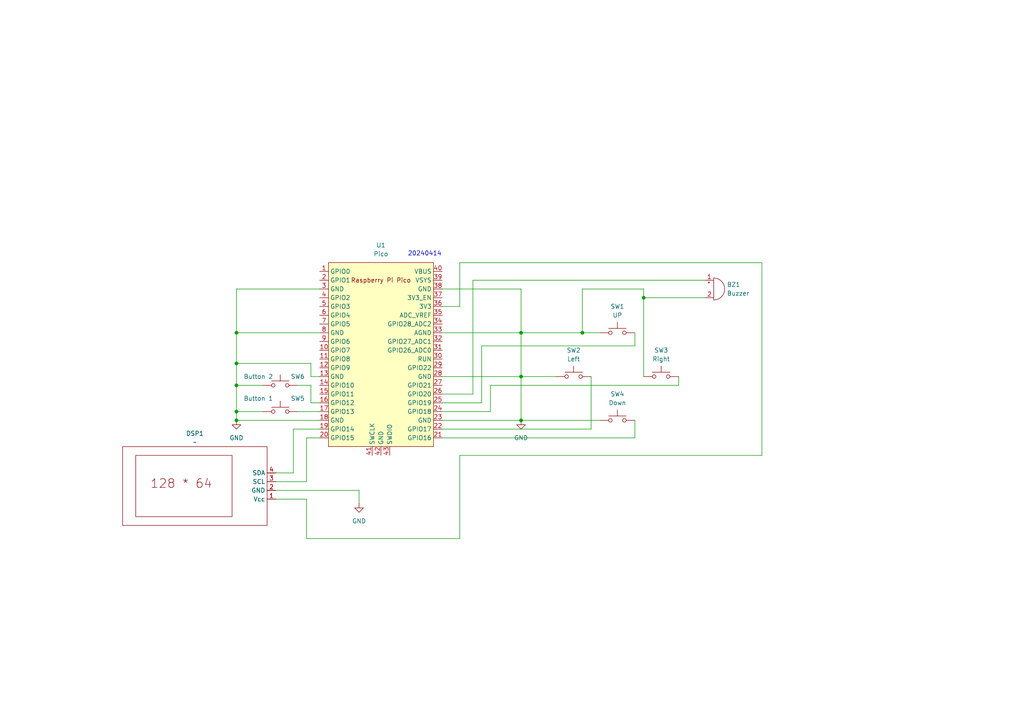
<source format=kicad_sch>
(kicad_sch (version 20231120) (generator "eeschema") (generator_version "8.0")
  (paper "A4")
  (lib_symbols
    (symbol "Device:Buzzer" (pin_names (offset 0.0254) hide)
      (property "Reference" "BZ" (at 3.81 1.27 0))
      (property "Value" "Buzzer" (at 3.81 -1.27 0))
      (symbol "Buzzer_0_1"
        (arc (start 0 -3.175) (mid 3.1612 0) (end 0 3.175))
        (polyline (pts (xy -1.651 1.905) (xy -1.143 1.905)))
        (polyline (pts (xy -1.397 2.159) (xy -1.397 1.651)))
        (polyline (pts (xy 0 3.175) (xy 0 -3.175)))
      )
      (symbol "Buzzer_1_1"
        (pin passive line (at -2.54 2.54 0) (length 2.54) (name "+") (number "1"))
        (pin passive line (at -2.54 -2.54 0) (length 2.54) (name "-") (number "2"))
      )
    )
    (symbol "MCU_RaspberryPi_and_Boards:Pico"
      (property "Reference" "U" (at -13.97 27.94 0))
      (property "Value" "Pico" (at 0 19.05 0))
      (symbol "Pico_0_0"
        (text "Raspberry Pi Pico" (at 0 21.59 0) (effects (font (size 1.27 1.27))))
      )
      (symbol "Pico_0_1"
        (rectangle (start -15.24 26.67) (end 15.24 -26.67) (fill (type background)))
      )
      (symbol "Pico_1_1"
        (pin bidirectional line (at -17.78 24.13 0) (length 2.54) (name "GPIO0") (number "1"))
        (pin bidirectional line (at -17.78 1.27 0) (length 2.54) (name "GPIO7") (number "10"))
        (pin bidirectional line (at -17.78 -1.27 0) (length 2.54) (name "GPIO8") (number "11"))
        (pin bidirectional line (at -17.78 -3.81 0) (length 2.54) (name "GPIO9") (number "12"))
        (pin power_in line (at -17.78 -6.35 0) (length 2.54) (name "GND") (number "13"))
        (pin bidirectional line (at -17.78 -8.89 0) (length 2.54) (name "GPIO10") (number "14"))
        (pin bidirectional line (at -17.78 -11.43 0) (length 2.54) (name "GPIO11") (number "15"))
        (pin bidirectional line (at -17.78 -13.97 0) (length 2.54) (name "GPIO12") (number "16"))
        (pin bidirectional line (at -17.78 -16.51 0) (length 2.54) (name "GPIO13") (number "17"))
        (pin power_in line (at -17.78 -19.05 0) (length 2.54) (name "GND") (number "18"))
        (pin bidirectional line (at -17.78 -21.59 0) (length 2.54) (name "GPIO14") (number "19"))
        (pin bidirectional line (at -17.78 21.59 0) (length 2.54) (name "GPIO1") (number "2"))
        (pin bidirectional line (at -17.78 -24.13 0) (length 2.54) (name "GPIO15") (number "20"))
        (pin bidirectional line (at 17.78 -24.13 180) (length 2.54) (name "GPIO16") (number "21"))
        (pin bidirectional line (at 17.78 -21.59 180) (length 2.54) (name "GPIO17") (number "22"))
        (pin power_in line (at 17.78 -19.05 180) (length 2.54) (name "GND") (number "23"))
        (pin bidirectional line (at 17.78 -16.51 180) (length 2.54) (name "GPIO18") (number "24"))
        (pin bidirectional line (at 17.78 -13.97 180) (length 2.54) (name "GPIO19") (number "25"))
        (pin bidirectional line (at 17.78 -11.43 180) (length 2.54) (name "GPIO20") (number "26"))
        (pin bidirectional line (at 17.78 -8.89 180) (length 2.54) (name "GPIO21") (number "27"))
        (pin power_in line (at 17.78 -6.35 180) (length 2.54) (name "GND") (number "28"))
        (pin bidirectional line (at 17.78 -3.81 180) (length 2.54) (name "GPIO22") (number "29"))
        (pin power_in line (at -17.78 19.05 0) (length 2.54) (name "GND") (number "3"))
        (pin input line (at 17.78 -1.27 180) (length 2.54) (name "RUN") (number "30"))
        (pin bidirectional line (at 17.78 1.27 180) (length 2.54) (name "GPIO26_ADC0") (number "31"))
        (pin bidirectional line (at 17.78 3.81 180) (length 2.54) (name "GPIO27_ADC1") (number "32"))
        (pin power_in line (at 17.78 6.35 180) (length 2.54) (name "AGND") (number "33"))
        (pin bidirectional line (at 17.78 8.89 180) (length 2.54) (name "GPIO28_ADC2") (number "34"))
        (pin power_in line (at 17.78 11.43 180) (length 2.54) (name "ADC_VREF") (number "35"))
        (pin power_in line (at 17.78 13.97 180) (length 2.54) (name "3V3") (number "36"))
        (pin input line (at 17.78 16.51 180) (length 2.54) (name "3V3_EN") (number "37"))
        (pin bidirectional line (at 17.78 19.05 180) (length 2.54) (name "GND") (number "38"))
        (pin power_in line (at 17.78 21.59 180) (length 2.54) (name "VSYS") (number "39"))
        (pin bidirectional line (at -17.78 16.51 0) (length 2.54) (name "GPIO2") (number "4"))
        (pin power_in line (at 17.78 24.13 180) (length 2.54) (name "VBUS") (number "40"))
        (pin input line (at -2.54 -29.21 90) (length 2.54) (name "SWCLK") (number "41"))
        (pin power_in line (at 0 -29.21 90) (length 2.54) (name "GND") (number "42"))
        (pin bidirectional line (at 2.54 -29.21 90) (length 2.54) (name "SWDIO") (number "43"))
        (pin bidirectional line (at -17.78 13.97 0) (length 2.54) (name "GPIO3") (number "5"))
        (pin bidirectional line (at -17.78 11.43 0) (length 2.54) (name "GPIO4") (number "6"))
        (pin bidirectional line (at -17.78 8.89 0) (length 2.54) (name "GPIO5") (number "7"))
        (pin power_in line (at -17.78 6.35 0) (length 2.54) (name "GND") (number "8"))
        (pin bidirectional line (at -17.78 3.81 0) (length 2.54) (name "GPIO6") (number "9"))
      )
    )
    (symbol "ScottSystemsKiCAD:SH1306_128*64_I2C"
      (property "Reference" "DSP1" (at 20.955 -26.67 0))
      (property "Value" "~" (at 20.955 -24.13 0))
      (symbol "SH1306_128*64_I2C_0_1"
        (rectangle (start 0 0) (end 41.91 -22.86))
        (rectangle (start 10.16 -2.54) (end 38.1 -20.32))
      )
      (symbol "SH1306_128*64_I2C_1_1"
        (text "128 * 64\n" (at 24.892 -12.192 0) (effects (font (size 2.54 2.54))))
        (pin input line (at -2.54 -7.62 0) (length 2.54) (name "Vcc") (number "1"))
        (pin input line (at -2.54 -10.16 0) (length 2.54) (name "GND") (number "2"))
        (pin input line (at -2.54 -12.7 0) (length 2.54) (name "SCL") (number "3"))
        (pin input line (at -2.54 -15.24 0) (length 2.54) (name "SDA") (number "4"))
      )
    )
    (symbol "Switch:SW_Push" (pin_numbers hide) (pin_names (offset 1.016) hide)
      (property "Reference" "SW" (at 1.27 2.54 0))
      (property "Value" "SW_Push" (at 0 -1.524 0))
      (symbol "SW_Push_0_1"
        (circle (center -2.032 0) (radius 0.508))
        (polyline (pts (xy 0 1.27) (xy 0 3.048)))
        (polyline (pts (xy 2.54 1.27) (xy -2.54 1.27)))
        (circle (center 2.032 0) (radius 0.508))
        (pin passive line (at -5.08 0 0) (length 2.54) (name "1") (number "1"))
        (pin passive line (at 5.08 0 180) (length 2.54) (name "2") (number "2"))
      )
    )
    (symbol "power:GND" (power) (pin_numbers hide) (pin_names (offset 0) hide)
      (property "Value" "GND" (at 0 -3.81 0))
      (symbol "GND_0_1"
        (polyline (pts (xy 0 0) (xy 0 -1.27) (xy 1.27 -1.27) (xy 0 -2.54) (xy -1.27 -1.27) (xy 0 -1.27)))
      )
      (symbol "GND_1_1"
        (pin power_in line (at 0 0 270) (length 0) (name "~") (number "1"))
      )
    )
  )
  (junction (at 186.69 86.36))
  (junction (at 168.91 96.52))
  (junction (at 68.58 119.38))
  (junction (at 68.58 96.52))
  (junction (at 68.58 121.92))
  (junction (at 151.13 96.52))
  (junction (at 151.13 109.22))
  (junction (at 151.13 121.92))
  (junction (at 68.58 111.76))
  (junction (at 68.58 105.41))
  (wire (pts (xy 90.17 116.84) (xy 90.17 111.76)))
  (wire (pts (xy 80.01 144.78) (xy 88.9 144.78)))
  (wire (pts (xy 133.35 76.2) (xy 133.35 88.9)))
  (wire (pts (xy 139.7 116.84) (xy 128.27 116.84)))
  (wire (pts (xy 186.69 109.22) (xy 186.69 86.36)))
  (wire (pts (xy 85.09 124.46) (xy 92.71 124.46)))
  (wire (pts (xy 80.01 142.24) (xy 104.14 142.24)))
  (wire (pts (xy 128.27 121.92) (xy 151.13 121.92)))
  (wire (pts (xy 196.85 109.22) (xy 196.85 111.76)))
  (wire (pts (xy 133.35 156.21) (xy 133.35 132.08)))
  (wire (pts (xy 196.85 111.76) (xy 142.24 111.76)))
  (wire (pts (xy 186.69 86.36) (xy 186.69 83.82)))
  (wire (pts (xy 151.13 96.52) (xy 168.91 96.52)))
  (wire (pts (xy 184.15 96.52) (xy 184.15 100.33)))
  (wire (pts (xy 168.91 96.52) (xy 173.99 96.52)))
  (wire (pts (xy 104.14 142.24) (xy 104.14 146.05)))
  (wire (pts (xy 139.7 100.33) (xy 139.7 116.84)))
  (wire (pts (xy 184.15 100.33) (xy 139.7 100.33)))
  (wire (pts (xy 184.15 121.92) (xy 184.15 127)))
  (wire (pts (xy 137.16 81.28) (xy 204.47 81.28)))
  (wire (pts (xy 151.13 121.92) (xy 173.99 121.92)))
  (wire (pts (xy 92.71 109.22) (xy 90.17 109.22)))
  (wire (pts (xy 92.71 96.52) (xy 68.58 96.52)))
  (wire (pts (xy 151.13 83.82) (xy 151.13 96.52)))
  (wire (pts (xy 90.17 105.41) (xy 68.58 105.41)))
  (wire (pts (xy 184.15 127) (xy 128.27 127)))
  (wire (pts (xy 90.17 109.22) (xy 90.17 105.41)))
  (wire (pts (xy 171.45 109.22) (xy 171.45 124.46)))
  (wire (pts (xy 142.24 119.38) (xy 128.27 119.38)))
  (wire (pts (xy 128.27 96.52) (xy 151.13 96.52)))
  (wire (pts (xy 133.35 132.08) (xy 220.98 132.08)))
  (wire (pts (xy 88.9 127) (xy 92.71 127)))
  (wire (pts (xy 88.9 139.7) (xy 88.9 127)))
  (wire (pts (xy 92.71 116.84) (xy 90.17 116.84)))
  (wire (pts (xy 68.58 119.38) (xy 68.58 121.92)))
  (wire (pts (xy 86.36 119.38) (xy 92.71 119.38)))
  (wire (pts (xy 68.58 105.41) (xy 68.58 111.76)))
  (wire (pts (xy 151.13 96.52) (xy 151.13 109.22)))
  (wire (pts (xy 68.58 111.76) (xy 76.2 111.76)))
  (wire (pts (xy 220.98 76.2) (xy 133.35 76.2)))
  (wire (pts (xy 68.58 83.82) (xy 68.58 96.52)))
  (wire (pts (xy 142.24 111.76) (xy 142.24 119.38)))
  (wire (pts (xy 220.98 132.08) (xy 220.98 76.2)))
  (wire (pts (xy 88.9 144.78) (xy 88.9 156.21)))
  (wire (pts (xy 68.58 96.52) (xy 68.58 105.41)))
  (wire (pts (xy 68.58 121.92) (xy 92.71 121.92)))
  (wire (pts (xy 90.17 111.76) (xy 86.36 111.76)))
  (wire (pts (xy 68.58 111.76) (xy 68.58 119.38)))
  (wire (pts (xy 80.01 139.7) (xy 88.9 139.7)))
  (wire (pts (xy 128.27 124.46) (xy 171.45 124.46)))
  (wire (pts (xy 137.16 114.3) (xy 137.16 81.28)))
  (wire (pts (xy 128.27 109.22) (xy 151.13 109.22)))
  (wire (pts (xy 133.35 88.9) (xy 128.27 88.9)))
  (wire (pts (xy 151.13 109.22) (xy 161.29 109.22)))
  (wire (pts (xy 186.69 83.82) (xy 168.91 83.82)))
  (wire (pts (xy 68.58 119.38) (xy 76.2 119.38)))
  (wire (pts (xy 85.09 137.16) (xy 85.09 124.46)))
  (wire (pts (xy 186.69 86.36) (xy 204.47 86.36)))
  (wire (pts (xy 128.27 83.82) (xy 151.13 83.82)))
  (wire (pts (xy 92.71 83.82) (xy 68.58 83.82)))
  (wire (pts (xy 88.9 156.21) (xy 133.35 156.21)))
  (wire (pts (xy 80.01 137.16) (xy 85.09 137.16)))
  (wire (pts (xy 151.13 109.22) (xy 151.13 121.92)))
  (wire (pts (xy 168.91 83.82) (xy 168.91 96.52)))
  (wire (pts (xy 128.27 114.3) (xy 137.16 114.3)))
  (text "20240414" (at 123.19 73.66 0) (effects (font (size 1.27 1.27))))
  (symbol (lib_id "Switch:SW_Push") (at 81.28 111.76 0) (unit 1)
    (property "Reference" "SW6" (at 86.36 109.22 0))
    (property "Value" "Button 2" (at 74.93 109.22 0))
    (property "Footprint" "Button_Switch_THT:SW_PUSH_6mm" (effects (hide yes)))
    (property "Description" "Push button switch, generic, two pins" (effects (hide yes)))
  )
  (symbol (lib_id "Device:Buzzer") (at 207.01 83.82 0) (unit 1)
    (property "Reference" "BZ1" (at 210.82 82.5499 0) (effects (justify left)))
    (property "Value" "Buzzer" (at 210.82 85.0899 0) (effects (justify left)))
    (property "Footprint" "Buzzer_Beeper:Buzzer_12x9.5RM7.6" (effects (hide yes)))
    (property "Description" "Buzzer, polarized" (effects (hide yes)))
  )
  (symbol (lib_id "power:GND") (at 151.13 121.92 0) (unit 1)
    (property "Reference" "#PWR02" (effects (hide yes)))
    (property "Value" "GND" (at 151.13 127 0))
    (property "Description" "Power symbol creates a global label with name \"GND\" , ground" (effects (hide yes)))
  )
  (symbol (lib_id "Switch:SW_Push") (at 191.77 109.22 0) (unit 1)
    (property "Reference" "SW3" (at 191.77 101.6 0))
    (property "Value" "Right" (at 191.77 104.14 0))
    (property "Footprint" "Button_Switch_THT:SW_PUSH_6mm" (effects (hide yes)))
    (property "Description" "Push button switch, generic, two pins" (effects (hide yes)))
  )
  (symbol (lib_id "Switch:SW_Push") (at 166.37 109.22 0) (unit 1)
    (property "Reference" "SW2" (at 166.37 101.6 0))
    (property "Value" "Left" (at 166.37 104.14 0))
    (property "Footprint" "Button_Switch_THT:SW_PUSH_6mm" (effects (hide yes)))
    (property "Description" "Push button switch, generic, two pins" (effects (hide yes)))
  )
  (symbol (lib_id "ScottSystemsKiCAD:SH1306_128*64_I2C") (at 77.47 152.4 180) (unit 1)
    (property "Reference" "DSP1" (at 56.515 125.73 0))
    (property "Value" "~" (at 56.515 128.27 0))
    (property "Footprint" "ScottSystemsKiCAD:SH1306 I2C" (effects (hide yes)))
  )
  (symbol (lib_id "Switch:SW_Push") (at 179.07 121.92 0) (unit 1)
    (property "Reference" "SW4" (at 179.07 114.3 0))
    (property "Value" "Down" (at 179.07 116.84 0))
    (property "Footprint" "Button_Switch_THT:SW_PUSH_6mm" (effects (hide yes)))
    (property "Description" "Push button switch, generic, two pins" (effects (hide yes)))
  )
  (symbol (lib_id "MCU_RaspberryPi_and_Boards:Pico") (at 110.49 102.87 0) (unit 1)
    (property "Reference" "U1" (at 110.49 71.12 0))
    (property "Value" "Pico" (at 110.49 73.66 0))
    (property "Footprint" "MCU_RaspberryPi_and_Boards:RPi_Pico_SMD_TH" (effects (hide yes)))
  )
  (symbol (lib_id "power:GND") (at 68.58 121.92 0) (unit 1)
    (property "Reference" "#PWR01" (effects (hide yes)))
    (property "Value" "GND" (at 68.58 127 0))
    (property "Description" "Power symbol creates a global label with name \"GND\" , ground" (effects (hide yes)))
  )
  (symbol (lib_id "Switch:SW_Push") (at 179.07 96.52 0) (unit 1)
    (property "Reference" "SW1" (at 179.07 88.9 0))
    (property "Value" "UP" (at 179.07 91.44 0))
    (property "Footprint" "Button_Switch_THT:SW_PUSH_6mm" (effects (hide yes)))
    (property "Description" "Push button switch, generic, two pins" (effects (hide yes)))
  )
  (symbol (lib_id "Switch:SW_Push") (at 81.28 119.38 0) (unit 1)
    (property "Reference" "SW5" (at 86.36 115.57 0))
    (property "Value" "Button 1" (at 74.93 115.57 0))
    (property "Footprint" "Button_Switch_THT:SW_PUSH_6mm" (effects (hide yes)))
    (property "Description" "Push button switch, generic, two pins" (effects (hide yes)))
  )
  (symbol (lib_id "power:GND") (at 104.14 146.05 0) (unit 1)
    (property "Reference" "#PWR03" (effects (hide yes)))
    (property "Value" "GND" (at 104.14 151.13 0))
    (property "Description" "Power symbol creates a global label with name \"GND\" , ground" (effects (hide yes)))
  )
)
</source>
